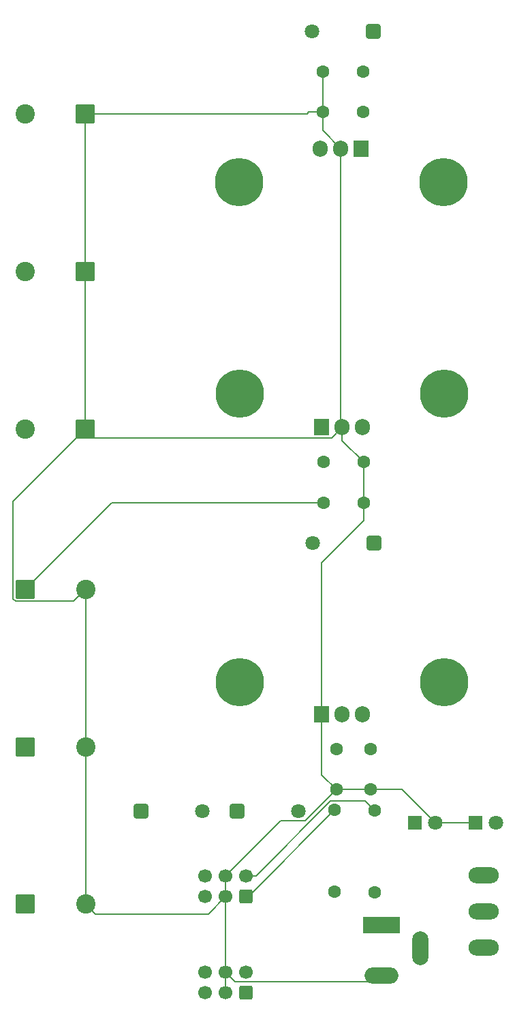
<source format=gbr>
%TF.GenerationSoftware,KiCad,Pcbnew,9.0.5*%
%TF.CreationDate,2025-12-04T15:14:27+11:00*%
%TF.ProjectId,power-supply,706f7765-722d-4737-9570-706c792e6b69,rev?*%
%TF.SameCoordinates,Original*%
%TF.FileFunction,Copper,L2,Bot*%
%TF.FilePolarity,Positive*%
%FSLAX46Y46*%
G04 Gerber Fmt 4.6, Leading zero omitted, Abs format (unit mm)*
G04 Created by KiCad (PCBNEW 9.0.5) date 2025-12-04 15:14:27*
%MOMM*%
%LPD*%
G01*
G04 APERTURE LIST*
G04 Aperture macros list*
%AMRoundRect*
0 Rectangle with rounded corners*
0 $1 Rounding radius*
0 $2 $3 $4 $5 $6 $7 $8 $9 X,Y pos of 4 corners*
0 Add a 4 corners polygon primitive as box body*
4,1,4,$2,$3,$4,$5,$6,$7,$8,$9,$2,$3,0*
0 Add four circle primitives for the rounded corners*
1,1,$1+$1,$2,$3*
1,1,$1+$1,$4,$5*
1,1,$1+$1,$6,$7*
1,1,$1+$1,$8,$9*
0 Add four rect primitives between the rounded corners*
20,1,$1+$1,$2,$3,$4,$5,0*
20,1,$1+$1,$4,$5,$6,$7,0*
20,1,$1+$1,$6,$7,$8,$9,0*
20,1,$1+$1,$8,$9,$2,$3,0*%
G04 Aperture macros list end*
%TA.AperFunction,ComponentPad*%
%ADD10C,1.600000*%
%TD*%
%TA.AperFunction,ComponentPad*%
%ADD11C,6.000000*%
%TD*%
%TA.AperFunction,ComponentPad*%
%ADD12O,1.905000X2.000000*%
%TD*%
%TA.AperFunction,ComponentPad*%
%ADD13R,1.905000X2.000000*%
%TD*%
%TA.AperFunction,ComponentPad*%
%ADD14R,1.800000X1.800000*%
%TD*%
%TA.AperFunction,ComponentPad*%
%ADD15C,1.800000*%
%TD*%
%TA.AperFunction,ComponentPad*%
%ADD16RoundRect,0.250001X-0.949999X-0.949999X0.949999X-0.949999X0.949999X0.949999X-0.949999X0.949999X0*%
%TD*%
%TA.AperFunction,ComponentPad*%
%ADD17C,2.400000*%
%TD*%
%TA.AperFunction,ComponentPad*%
%ADD18RoundRect,0.250000X-0.650000X-0.650000X0.650000X-0.650000X0.650000X0.650000X-0.650000X0.650000X0*%
%TD*%
%TA.AperFunction,ComponentPad*%
%ADD19R,4.600000X2.000000*%
%TD*%
%TA.AperFunction,ComponentPad*%
%ADD20O,4.200000X2.000000*%
%TD*%
%TA.AperFunction,ComponentPad*%
%ADD21O,2.000000X4.200000*%
%TD*%
%TA.AperFunction,ComponentPad*%
%ADD22RoundRect,0.250001X0.949999X0.949999X-0.949999X0.949999X-0.949999X-0.949999X0.949999X-0.949999X0*%
%TD*%
%TA.AperFunction,ComponentPad*%
%ADD23O,3.750000X2.000000*%
%TD*%
%TA.AperFunction,ComponentPad*%
%ADD24RoundRect,0.250000X0.650000X0.650000X-0.650000X0.650000X-0.650000X-0.650000X0.650000X-0.650000X0*%
%TD*%
%TA.AperFunction,ComponentPad*%
%ADD25RoundRect,0.250000X0.600000X-0.600000X0.600000X0.600000X-0.600000X0.600000X-0.600000X-0.600000X0*%
%TD*%
%TA.AperFunction,ComponentPad*%
%ADD26C,1.700000*%
%TD*%
%TA.AperFunction,Conductor*%
%ADD27C,0.200000*%
%TD*%
G04 APERTURE END LIST*
D10*
%TO.P,C8,2*%
%TO.N,Net-(D2-A)*%
X110209399Y-131821055D03*
%TO.P,C8,1*%
%TO.N,GND*%
X110209399Y-136821055D03*
%TD*%
D11*
%TO.P,H3,1*%
%TO.N,N/C*%
X98199858Y-123499778D03*
X123599858Y-123499778D03*
%TD*%
%TO.P,H2,1*%
%TO.N,N/C*%
X98202108Y-87691883D03*
X123602108Y-87691883D03*
%TD*%
%TO.P,H1,1*%
%TO.N,N/C*%
X123500000Y-61450000D03*
X98100000Y-61450000D03*
%TD*%
D12*
%TO.P,U3,3,OUT*%
%TO.N,Net-(D6-A)*%
X108224190Y-57287917D03*
%TO.P,U3,2,GND*%
%TO.N,GND*%
X110764190Y-57287917D03*
D13*
%TO.P,U3,1,IN*%
%TO.N,Net-(D3-A)*%
X113304190Y-57287917D03*
%TD*%
D14*
%TO.P,D5,1,K*%
%TO.N,Net-(D5-K)*%
X119960000Y-140950000D03*
D15*
%TO.P,D5,2,A*%
%TO.N,GND*%
X122500000Y-140950000D03*
%TD*%
D10*
%TO.P,C9,1*%
%TO.N,Net-(D3-A)*%
X108602108Y-96191883D03*
%TO.P,C9,2*%
%TO.N,GND*%
X113602108Y-96191883D03*
%TD*%
D16*
%TO.P,C3,1*%
%TO.N,Net-(D1-K)*%
X71522220Y-151050000D03*
D17*
%TO.P,C3,2*%
%TO.N,GND*%
X79022220Y-151050000D03*
%TD*%
D18*
%TO.P,D1,1,K*%
%TO.N,Net-(D1-K)*%
X85880000Y-139500000D03*
D15*
%TO.P,D1,2,A*%
%TO.N,Net-(D1-A)*%
X93500000Y-139500000D03*
%TD*%
D13*
%TO.P,U1,1,OUT*%
%TO.N,Net-(D3-A)*%
X108366974Y-91860463D03*
D12*
%TO.P,U1,2,GND*%
%TO.N,GND*%
X110906974Y-91860463D03*
%TO.P,U1,3,IN*%
%TO.N,Net-(D1-K)*%
X113446974Y-91860463D03*
%TD*%
D10*
%TO.P,C12,1*%
%TO.N,Net-(D6-A)*%
X113497892Y-47758117D03*
%TO.P,C12,2*%
%TO.N,GND*%
X108497892Y-47758117D03*
%TD*%
D14*
%TO.P,D4,1,K*%
%TO.N,GND*%
X127460000Y-140950000D03*
D15*
%TO.P,D4,2,A*%
%TO.N,Net-(D4-A)*%
X130000000Y-140950000D03*
%TD*%
D10*
%TO.P,R2,1*%
%TO.N,Net-(J2-Pin_2)*%
X115000000Y-139450000D03*
%TO.P,R2,2*%
%TO.N,Net-(D5-K)*%
X115000000Y-149610000D03*
%TD*%
D16*
%TO.P,C2,1*%
%TO.N,Net-(D1-K)*%
X71522220Y-131500000D03*
D17*
%TO.P,C2,2*%
%TO.N,GND*%
X79022220Y-131500000D03*
%TD*%
D19*
%TO.P,J1,1*%
%TO.N,Net-(SW1-B)*%
X115850000Y-153600000D03*
D20*
%TO.P,J1,2*%
%TO.N,GND*%
X115850000Y-159900000D03*
D21*
%TO.P,J1,3*%
%TO.N,N/C*%
X120650000Y-156500000D03*
%TD*%
D10*
%TO.P,R1,1*%
%TO.N,Net-(D4-A)*%
X110000000Y-149530000D03*
%TO.P,R1,2*%
%TO.N,Net-(D3-A)*%
X110000000Y-139370000D03*
%TD*%
%TO.P,C7,1*%
%TO.N,Net-(D1-K)*%
X108602108Y-101191883D03*
%TO.P,C7,2*%
%TO.N,GND*%
X113602108Y-101191883D03*
%TD*%
D13*
%TO.P,U2,1,GND*%
%TO.N,GND*%
X108359858Y-127499778D03*
D12*
%TO.P,U2,2,VI*%
%TO.N,Net-(D2-A)*%
X110899858Y-127499778D03*
%TO.P,U2,3,VO*%
%TO.N,Net-(J2-Pin_2)*%
X113439858Y-127499778D03*
%TD*%
D10*
%TO.P,C11,1*%
%TO.N,Net-(D3-A)*%
X113497892Y-52758117D03*
%TO.P,C11,2*%
%TO.N,GND*%
X108497892Y-52758117D03*
%TD*%
D22*
%TO.P,C5,1*%
%TO.N,GND*%
X79000000Y-72500000D03*
D17*
%TO.P,C5,2*%
%TO.N,Net-(D2-A)*%
X71500000Y-72500000D03*
%TD*%
D10*
%TO.P,C10,1*%
%TO.N,GND*%
X114453038Y-136813450D03*
%TO.P,C10,2*%
%TO.N,Net-(J2-Pin_2)*%
X114453038Y-131813450D03*
%TD*%
D18*
%TO.P,D2,1,K*%
%TO.N,Net-(D1-A)*%
X97880000Y-139500000D03*
D15*
%TO.P,D2,2,A*%
%TO.N,Net-(D2-A)*%
X105500000Y-139500000D03*
%TD*%
D22*
%TO.P,C4,1*%
%TO.N,GND*%
X79000000Y-92050000D03*
D17*
%TO.P,C4,2*%
%TO.N,Net-(D2-A)*%
X71500000Y-92050000D03*
%TD*%
D23*
%TO.P,SW1,1,A*%
%TO.N,Net-(D1-A)*%
X128500000Y-156450000D03*
%TO.P,SW1,2,B*%
%TO.N,Net-(SW1-B)*%
X128500000Y-151950000D03*
%TO.P,SW1,3,C*%
%TO.N,unconnected-(SW1-C-Pad3)*%
X128500000Y-147450000D03*
%TD*%
D24*
%TO.P,D3,1,K*%
%TO.N,Net-(D1-K)*%
X114912108Y-106191883D03*
D15*
%TO.P,D3,2,A*%
%TO.N,Net-(D3-A)*%
X107292108Y-106191883D03*
%TD*%
D24*
%TO.P,D6,1,K*%
%TO.N,Net-(D3-A)*%
X114807892Y-42758117D03*
D15*
%TO.P,D6,2,A*%
%TO.N,Net-(D6-A)*%
X107187892Y-42758117D03*
%TD*%
D22*
%TO.P,C6,1*%
%TO.N,GND*%
X79000000Y-52950000D03*
D17*
%TO.P,C6,2*%
%TO.N,Net-(D2-A)*%
X71500000Y-52950000D03*
%TD*%
D16*
%TO.P,C1,1*%
%TO.N,Net-(D1-K)*%
X71522220Y-111950000D03*
D17*
%TO.P,C1,2*%
%TO.N,GND*%
X79022220Y-111950000D03*
%TD*%
D25*
%TO.P,J2,1,Pin_1*%
%TO.N,Net-(D3-A)*%
X99000000Y-162040000D03*
D26*
%TO.P,J2,2,Pin_2*%
%TO.N,Net-(J2-Pin_2)*%
X99000000Y-159500000D03*
%TO.P,J2,3,Pin_3*%
%TO.N,GND*%
X96460000Y-162040000D03*
%TO.P,J2,4,Pin_4*%
X96460000Y-159500000D03*
%TO.P,J2,5,Pin_5*%
%TO.N,Net-(D6-A)*%
X93920000Y-162040000D03*
%TO.P,J2,6,Pin_6*%
%TO.N,unconnected-(J2-Pin_6-Pad6)*%
X93920000Y-159500000D03*
%TD*%
D25*
%TO.P,J3,1,Pin_1*%
%TO.N,Net-(D3-A)*%
X99000000Y-150055000D03*
D26*
%TO.P,J3,2,Pin_2*%
%TO.N,Net-(J2-Pin_2)*%
X99000000Y-147515000D03*
%TO.P,J3,3,Pin_3*%
%TO.N,GND*%
X96460000Y-150055000D03*
%TO.P,J3,4,Pin_4*%
X96460000Y-147515000D03*
%TO.P,J3,5,Pin_5*%
%TO.N,Net-(D6-A)*%
X93920000Y-150055000D03*
%TO.P,J3,6,Pin_6*%
%TO.N,unconnected-(J3-Pin_6-Pad6)*%
X93920000Y-147515000D03*
%TD*%
D27*
%TO.N,GND*%
X127460000Y-140950000D02*
X122500000Y-140950000D01*
X79022220Y-111950000D02*
X79022220Y-111477780D01*
X108359858Y-108640142D02*
X113602108Y-103397892D01*
X97611000Y-160651000D02*
X96460000Y-159500000D01*
X108359858Y-127499778D02*
X108359858Y-108640142D01*
X79000000Y-92050000D02*
X70021220Y-101028780D01*
X80222220Y-152250000D02*
X94265000Y-152250000D01*
X106741883Y-52758117D02*
X106550000Y-52950000D01*
X79022220Y-111477780D02*
X79000000Y-111455560D01*
X108359858Y-134971514D02*
X110209399Y-136821055D01*
X70337060Y-113451000D02*
X77521220Y-113451000D01*
X79022220Y-151050000D02*
X80222220Y-152250000D01*
X113602108Y-103397892D02*
X113602108Y-101191883D01*
X110209399Y-136821055D02*
X114445433Y-136821055D01*
X108497892Y-52758117D02*
X106741883Y-52758117D01*
X96460000Y-159500000D02*
X96460000Y-162040000D01*
X103274000Y-140701000D02*
X106329454Y-140701000D01*
X113602108Y-96191883D02*
X113602108Y-101191883D01*
X96460000Y-147515000D02*
X103274000Y-140701000D01*
X96460000Y-150055000D02*
X96460000Y-159500000D01*
X115099000Y-160651000D02*
X97611000Y-160651000D01*
X79000000Y-92050000D02*
X79000000Y-52950000D01*
X70021220Y-101028780D02*
X70021220Y-113135160D01*
X109605974Y-93161463D02*
X80111463Y-93161463D01*
X108497892Y-52758117D02*
X108497892Y-55021619D01*
X79022220Y-151050000D02*
X79022220Y-111950000D01*
X110906974Y-91860463D02*
X110906974Y-93496749D01*
X115850000Y-159900000D02*
X115099000Y-160651000D01*
X110906974Y-91860463D02*
X109605974Y-93161463D01*
X122500000Y-140950000D02*
X118363450Y-136813450D01*
X110906974Y-93496749D02*
X113602108Y-96191883D01*
X94265000Y-152250000D02*
X96460000Y-150055000D01*
X80111463Y-93161463D02*
X79000000Y-92050000D01*
X108359858Y-127499778D02*
X108359858Y-134971514D01*
X106550000Y-52950000D02*
X79000000Y-52950000D01*
X118363450Y-136813450D02*
X114453038Y-136813450D01*
X106329454Y-140701000D02*
X110209399Y-136821055D01*
X114445433Y-136821055D02*
X114453038Y-136813450D01*
X108497892Y-47758117D02*
X108497892Y-52758117D01*
X77521220Y-113451000D02*
X79022220Y-111950000D01*
X96460000Y-147515000D02*
X96460000Y-150055000D01*
X70021220Y-113135160D02*
X70337060Y-113451000D01*
X110764190Y-91717679D02*
X110906974Y-91860463D01*
%TO.N,Net-(D1-K)*%
X71522220Y-111950000D02*
X82280337Y-101191883D01*
X82280337Y-101191883D02*
X108602108Y-101191883D01*
%TO.N,Net-(D3-A)*%
X99315000Y-150055000D02*
X110000000Y-139370000D01*
X99000000Y-150055000D02*
X99315000Y-150055000D01*
%TO.N,Net-(J2-Pin_2)*%
X109448081Y-138269000D02*
X113819000Y-138269000D01*
X100202081Y-147515000D02*
X109448081Y-138269000D01*
X99000000Y-147515000D02*
X100202081Y-147515000D01*
X113819000Y-138269000D02*
X115000000Y-139450000D01*
%TO.N,GND*%
X108497892Y-55021619D02*
X110764190Y-57287917D01*
X110764190Y-57287917D02*
X110764190Y-91717679D01*
%TD*%
M02*

</source>
